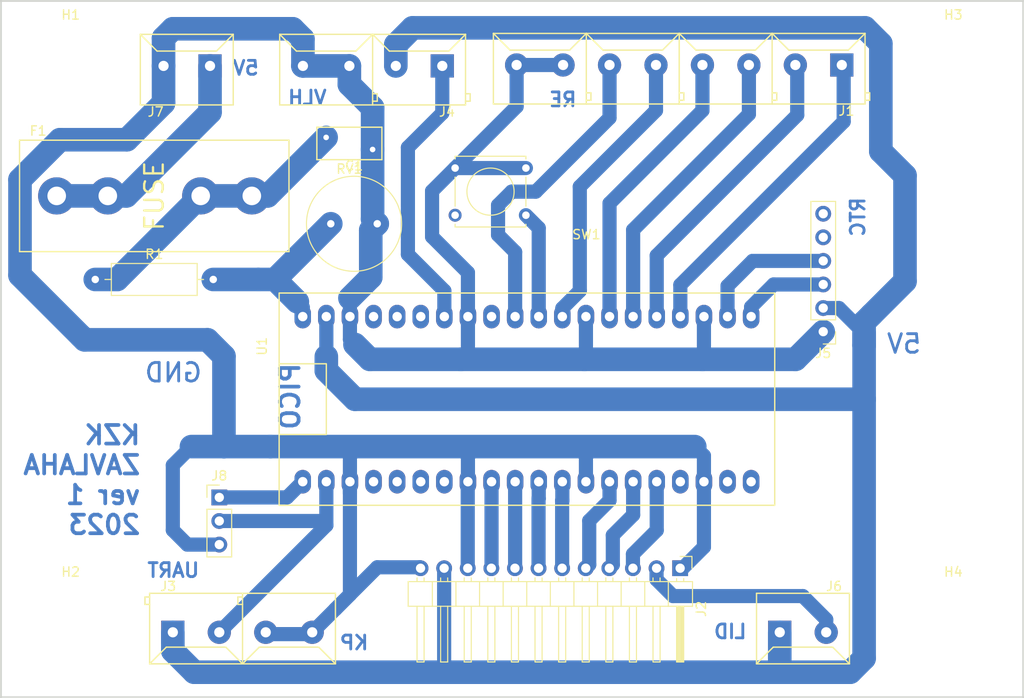
<source format=kicad_pcb>
(kicad_pcb (version 20221018) (generator pcbnew)
  (layers (0 "F.Cu" signal) (31 "B.Cu" signal) (34 "B.Paste" user) (35 "F.Paste" user) (36 "B.SilkS" user "B.Silkscreen") (37 "F.SilkS" user "F.Silkscreen") (38 "B.Mask" user) (39 "F.Mask" user) (44 "Edge.Cuts" user))
  (net 0 "")
  (net 1 "/RE1")
  (net 2 "/RE2")
  (net 3 "/RE3")
  (net 4 "/RE4")
  (net 5 "/RE5")
  (net 6 "/RE6")
  (net 7 "GND")
  (net 8 "+5V")
  (net 9 "/LCD_RS")
  (net 10 "/LCD_RW")
  (net 11 "/LCD_E")
  (net 12 "/LCD_4")
  (net 13 "/LCD_5")
  (net 14 "/LCD_6")
  (net 15 "/LCD_7")
  (net 16 "/LCD_BAK")
  (net 17 "/KP_RX")
  (net 18 "/MOIS_AD")
  (net 19 "/SDA")
  (net 20 "/SCL")
  (net 23 "/VBUS")
  (net 24 "/UART_TX")
  (net 25 "/RST")
  (net 37 "Net-(J7-Pin_1)")
  (net 38 "Net-(F1-Pad2)")
  (footprint "ondrovo:TerminalBlock_KLS301-5.00_2" (layer "F.Cu") (at 104 27 180)
    (fp_text reference "J7" (at 5.85 -4.95) (layer "F.SilkS"))
    (fp_text value "power")
    (fp_line (start -2.5 -4.2) (end -2.5 3.4) (stroke (width 0.15)) (layer "F.SilkS"))
    (fp_line (start -2.5 3.4) (end -0.7 1.6) (stroke (width 0.15)) (layer "F.SilkS"))
    (fp_line (start -2.5 3.4) (end 7.5 3.4) (stroke (width 0.15)) (layer "F.SilkS"))
    (fp_line (start -0.7 1.6) (end 5.7 1.6) (stroke (width 0.15)) (layer "F.SilkS"))
    (fp_line (start 5.7 1.6) (end 7.5 3.4) (stroke (width 0.15)) (layer "F.SilkS"))
    (fp_line (start 7.5 -4.2) (end -2.5 -4.2) (stroke (width 0.15)) (layer "F.SilkS"))
    (fp_line (start 7.5 3.4) (end 7.5 -4.2) (stroke (width 0.15)) (layer "F.SilkS"))
    (pad "1" thru_hole rect (at 0 0 180) (size 2.5 2.5) (drill 1.1) (layers "*.Cu" "*.Mask") (net 37 "Net-(J7-Pin_1)"))
    (pad "2" thru_hole circle (at 5 0 180) (size 2.5 2.5) (drill 1.1) (layers "*.Cu" "*.Mask") (net 7 "GND"))
  )
  (footprint "ondrovo:TerminalBlock_KLS301-5.00_2" (layer "F.Cu") (at 165.32 88)
    (fp_text reference "J6" (at 5.85 -4.95) (layer "F.SilkS"))
    (fp_text value "lid")
    (fp_line (start -2.5 -4.2) (end -2.5 3.4) (stroke (width 0.15)) (layer "F.SilkS"))
    (fp_line (start -2.5 3.4) (end -0.7 1.6) (stroke (width 0.15)) (layer "F.SilkS"))
    (fp_line (start -2.5 3.4) (end 7.5 3.4) (stroke (width 0.15)) (layer "F.SilkS"))
    (fp_line (start -0.7 1.6) (end 5.7 1.6) (stroke (width 0.15)) (layer "F.SilkS"))
    (fp_line (start 5.7 1.6) (end 7.5 3.4) (stroke (width 0.15)) (layer "F.SilkS"))
    (fp_line (start 7.5 -4.2) (end -2.5 -4.2) (stroke (width 0.15)) (layer "F.SilkS"))
    (fp_line (start 7.5 3.4) (end 7.5 -4.2) (stroke (width 0.15)) (layer "F.SilkS"))
    (pad "1" thru_hole rect (at 0 0) (size 2.5 2.5) (drill 1.1) (layers "*.Cu" "*.Mask") (net 8 "+5V"))
    (pad "2" thru_hole circle (at 5 0) (size 2.5 2.5) (drill 1.1) (layers "*.Cu" "*.Mask") (net 16 "/LCD_BAK"))
  )
  (footprint "ondrovo:TerminalBlock_KLS301-5.00_4" (layer "F.Cu") (at 100 88)
    (fp_text reference "J3" (at -0.5 -4.95) (layer "F.SilkS"))
    (fp_text value "keypad")
    (fp_line (start -3 -3.8) (end -3 -3) (stroke (width 0.15)) (layer "F.SilkS"))
    (fp_line (start -3 -3) (end -2.5 -3) (stroke (width 0.15)) (layer "F.SilkS"))
    (fp_line (start -2.5 -4.2) (end -2.5 3.4) (stroke (width 0.15)) (layer "F.SilkS"))
    (fp_line (start -2.5 -3.8) (end -3 -3.8) (stroke (width 0.15)) (layer "F.SilkS"))
    (fp_line (start -2.5 3.4) (end -0.7 1.6) (stroke (width 0.15)) (layer "F.SilkS"))
    (fp_line (start -2.5 3.4) (end 7.5 3.4) (stroke (width 0.15)) (layer "F.SilkS"))
    (fp_line (start -0.7 1.6) (end 5.7 1.6) (stroke (width 0.15)) (layer "F.SilkS"))
    (fp_line (start 5.7 1.6) (end 7.5 3.4) (stroke (width 0.15)) (layer "F.SilkS"))
    (fp_line (start 7 -3.8) (end 7 -3) (stroke (width 0.15)) (layer "F.SilkS"))
    (fp_line (start 7 -3) (end 7.5 -3) (stroke (width 0.15)) (layer "F.SilkS"))
    (fp_line (start 7.5 -4.2) (end -2.5 -4.2) (stroke (width 0.15)) (layer "F.SilkS"))
    (fp_line (start 7.5 -3.8) (end 7 -3.8) (stroke (width 0.15)) (layer "F.SilkS"))
    (fp_line (start 7.5 3.4) (end 7.5 -4.2) (stroke (width 0.15)) (layer "F.SilkS"))
    (fp_line (start 7.5 3.4) (end 9.3 1.6) (stroke (width 0.15)) (layer "F.SilkS"))
    (fp_line (start 7.5 3.4) (end 17.5 3.4) (stroke (width 0.15)) (layer "F.SilkS"))
    (fp_line (start 9.3 1.6) (end 15.7 1.6) (stroke (width 0.15)) (layer "F.SilkS"))
    (fp_line (start 15.7 1.6) (end 17.5 3.4) (stroke (width 0.15)) (layer "F.SilkS"))
    (fp_line (start 17.5 -4.2) (end 7.5 -4.2) (stroke (width 0.15)) (layer "F.SilkS"))
    (fp_line (start 17.5 3.4) (end 17.5 -4.2) (stroke (width 0.15)) (layer "F.SilkS"))
    (pad "1" thru_hole rect (at 0 0) (size 2.5 2.5) (drill 1.1) (layers "*.Cu" "*.Mask") (net 8 "+5V"))
    (pad "2" thru_hole circle (at 5 0) (size 2.5 2.5) (drill 1.1) (layers "*.Cu" "*.Mask") (net 17 "/KP_RX"))
    (pad "3" thru_hole circle (at 10 0) (size 2.5 2.5) (drill 1.1) (layers "*.Cu" "*.Mask") (net 7 "GND"))
    (pad "4" thru_hole circle (at 15 0) (size 2.5 2.5) (drill 1.1) (layers "*.Cu" "*.Mask") (net 7 "GND"))
  )
  (footprint "ondrovo:TerminalBlock_KLS301-5.00_8" (layer "F.Cu") (at 172 26.9 180)
    (fp_text reference "J1" (at -0.5 -4.95) (layer "F.SilkS"))
    (fp_text value "relays")
    (fp_line (start -3 -3.8) (end -3 -3) (stroke (width 0.15)) (layer "F.SilkS"))
    (fp_line (start -3 -3) (end -2.5 -3) (stroke (width 0.15)) (layer "F.SilkS"))
    (fp_line (start -2.5 -4.2) (end -2.5 3.4) (stroke (width 0.15)) (layer "F.SilkS"))
    (fp_line (start -2.5 -3.8) (end -3 -3.8) (stroke (width 0.15)) (layer "F.SilkS"))
    (fp_line (start -2.5 3.4) (end -0.7 1.6) (stroke (width 0.15)) (layer "F.SilkS"))
    (fp_line (start -2.5 3.4) (end 7.5 3.4) (stroke (width 0.15)) (layer "F.SilkS"))
    (fp_line (start -0.7 1.6) (end 5.7 1.6) (stroke (width 0.15)) (layer "F.SilkS"))
    (fp_line (start 5.7 1.6) (end 7.5 3.4) (stroke (width 0.15)) (layer "F.SilkS"))
    (fp_line (start 7 -3.8) (end 7 -3) (stroke (width 0.15)) (layer "F.SilkS"))
    (fp_line (start 7 -3) (end 7.5 -3) (stroke (width 0.15)) (layer "F.SilkS"))
    (fp_line (start 7.5 -4.2) (end -2.5 -4.2) (stroke (width 0.15)) (layer "F.SilkS"))
    (fp_line (start 7.5 -3.8) (end 7 -3.8) (stroke (width 0.15)) (layer "F.SilkS"))
    (fp_line (start 7.5 3.4) (end 7.5 -4.2) (stroke (width 0.15)) (layer "F.SilkS"))
    (fp_line (start 7.5 3.4) (end 9.3 1.6) (stroke (width 0.15)) (layer "F.SilkS"))
    (fp_line (start 7.5 3.4) (end 17.5 3.4) (stroke (width 0.15)) (layer "F.SilkS"))
    (fp_line (start 9.3 1.6) (end 15.7 1.6) (stroke (width 0.15)) (layer "F.SilkS"))
    (fp_line (start 15.7 1.6) (end 17.5 3.4) (stroke (width 0.15)) (layer "F.SilkS"))
    (fp_line (start 17 -3.8) (end 17 -3) (stroke (width 0.15)) (layer "F.SilkS"))
    (fp_line (start 17 -3) (end 17.5 -3) (stroke (width 0.15)) (layer "F.SilkS"))
    (fp_line (start 17.5 -4.2) (end 7.5 -4.2) (stroke (width 0.15)) (layer "F.SilkS"))
    (fp_line (start 17.5 -4.2) (end 17.5 3.4) (stroke (width 0.15)) (layer "F.SilkS"))
    (fp_line (start 17.5 -3.8) (end 17 -3.8) (stroke (width 0.15)) (layer "F.SilkS"))
    (fp_line (start 17.5 3.4) (end 17.5 -4.2) (stroke (width 0.15)) (layer "F.SilkS"))
    (fp_line (start 17.5 3.4) (end 19.3 1.6) (stroke (width 0.15)) (layer "F.SilkS"))
    (fp_line (start 17.5 3.4) (end 27.5 3.4) (stroke (width 0.15)) (layer "F.SilkS"))
    (fp_line (start 19.3 1.6) (end 25.7 1.6) (stroke (width 0.15)) (layer "F.SilkS"))
    (fp_line (start 25.7 1.6) (end 27.5 3.4) (stroke (width 0.15)) (layer "F.SilkS"))
    (fp_line (start 27 -3.8) (end 27 -3) (stroke (width 0.15)) (layer "F.SilkS"))
    (fp_line (start 27 -3) (end 27.5 -3) (stroke (width 0.15)) (layer "F.SilkS"))
    (fp_line (start 27.5 -4.2) (end 17.5 -4.2) (stroke (width 0.15)) (layer "F.SilkS"))
    (fp_line (start 27.5 -3.8) (end 27 -3.8) (stroke (width 0.15)) (layer "F.SilkS"))
    (fp_line (start 27.5 3.4) (end 27.5 -4.2) (stroke (width 0.15)) (layer "F.SilkS"))
    (fp_line (start 27.5 3.4) (end 29.3 1.6) (stroke (width 0.15)) (layer "F.SilkS"))
    (fp_line (start 27.5 3.4) (end 37.5 3.4) (stroke (width 0.15)) (layer "F.SilkS"))
    (fp_line (start 29.3 1.6) (end 35.7 1.6) (stroke (width 0.15)) (layer "F.SilkS"))
    (fp_line (start 35.7 1.6) (end 37.5 3.4) (stroke (width 0.15)) (layer "F.SilkS"))
    (fp_line (start 37.5 -4.2) (end 27.5 -4.2) (stroke (width 0.15)) (layer "F.SilkS"))
    (fp_line (start 37.5 3.4) (end 37.5 -4.2) (stroke (width 0.15)) (layer "F.SilkS"))
    (pad "1" thru_hole rect (at 0 0 180) (size 2.5 2.5) (drill 1.1) (layers "*.Cu" "*.Mask") (net 1 "/RE1"))
    (pad "2" thru_hole circle (at 5 0 180) (size 2.5 2.5) (drill 1.1) (layers "*.Cu" "*.Mask") (net 2 "/RE2"))
    (pad "3" thru_hole circle (at 10 0 180) (size 2.5 2.5) (drill 1.1) (layers "*.Cu" "*.Mask") (net 3 "/RE3"))
    (pad "4" thru_hole circle (at 15 0 180) (size 2.5 2.5) (drill 1.1) (layers "*.Cu" "*.Mask") (net 4 "/RE4"))
    (pad "5" thru_hole circle (at 20 0 180) (size 2.5 2.5) (drill 1.1) (layers "*.Cu" "*.Mask") (net 5 "/RE5"))
    (pad "6" thru_hole circle (at 25 0 180) (size 2.5 2.5) (drill 1.1) (layers "*.Cu" "*.Mask") (net 6 "/RE6"))
    (pad "7" thru_hole circle (at 30 0 180) (size 2.5 2.5) (drill 1.1) (layers "*.Cu" "*.Mask") (net 7 "GND"))
    (pad "8" thru_hole circle (at 35 0 180) (size 2.5 2.5) (drill 1.1) (layers "*.Cu" "*.Mask") (net 7 "GND"))
  )
  (footprint "Resistor_THT:R_Axial_DIN0309_L9.0mm_D3.2mm_P12.70mm_Horizontal" (layer "F.Cu") (at 91.65 50)
    (fp_text reference "R1" (at 6.35 -2.72) (layer "F.SilkS"))
    (fp_text value "0R")
    (fp_line (start 1.04 0) (end 1.73 0) (stroke (width 0.12)) (layer "F.SilkS"))
    (fp_line (start 1.73 -1.72) (end 1.73 1.72) (stroke (width 0.12)) (layer "F.SilkS"))
    (fp_line (start 1.73 1.72) (end 10.97 1.72) (stroke (width 0.12)) (layer "F.SilkS"))
    (fp_line (start 10.97 -1.72) (end 1.73 -1.72) (stroke (width 0.12)) (layer "F.SilkS"))
    (fp_line (start 10.97 1.72) (end 10.97 -1.72) (stroke (width 0.12)) (layer "F.SilkS"))
    (fp_line (start 11.66 0) (end 10.97 0) (stroke (width 0.12)) (layer "F.SilkS"))
    (pad "1" thru_hole circle (at 0 0) (size 1.6 1.6) (drill 0.8) (layers "*.Cu" "*.Mask") (net 38 "Net-(F1-Pad2)"))
    (pad "2" thru_hole oval (at 12.7 0) (size 1.6 1.6) (drill 0.8) (layers "*.Cu" "*.Mask") (net 23 "/VBUS"))
  )
  (footprint "Capacitor_THT:C_Radial_D10.0mm_H12.5mm_P5.00mm" (layer "F.Cu") (at 117 44)
    (fp_text reference "C1" (at 2.5 -6.25) (layer "F.SilkS"))
    (fp_text value "220u")
    (fp_circle (center 2.5 0) (end 7.62 0) (stroke (width 0.12)) (fill none) (layer "F.SilkS"))
    (pad "1" thru_hole circle (at 0 0) (size 1.6 1.6) (drill 0.8) (layers "*.Cu" "*.Mask") (net 23 "/VBUS"))
    (pad "2" thru_hole circle (at 5 0) (size 1.6 1.6) (drill 0.8) (layers "*.Cu" "*.Mask") (net 7 "GND"))
  )
  (footprint "ondrovo:RP2040-PICO" (layer "F.Cu") (at 113.98 71.78 90)
    (fp_text reference "U1" (at 14.58 -4.38 90 unlocked) (layer "F.SilkS"))
    (fp_text value "RP2040-Pico")
    (fp_rect (start -2.54 -2.54) (end 20.32 50.8) (stroke (width 0.15)) (fill none) (layer "F.SilkS"))
    (fp_rect (start 5.08 -2.54) (end 12.7 2.54) (stroke (width 0.15)) (fill none) (layer "F.SilkS"))
    (pad "1" thru_hole oval (at 0 0 270) (size 2.54 1.778) (drill 1.016) (layers "*.Cu" "*.Mask") (net 24 "/UART_TX"))
    (pad "2" thru_hole oval (at 0 2.54 270) (size 2.54 1.778) (drill 1.016) (layers "*.Cu" "*.Mask") (net 17 "/KP_RX"))
    (pad "3" thru_hole oval (at 0 5.08 270) (size 2.54 1.778) (drill 1.016) (layers "*.Cu" "*.Mask") (net 7 "GND"))
    (pad "4" thru_hole oval (at 0 7.62 270) (size 2.54 1.778) (drill 1.016) (layers "*.Cu" "*.Mask"))
    (pad "5" thru_hole oval (at 0 10.16 270) (size 2.54 1.778) (drill 1.016) (layers "*.Cu" "*.Mask"))
    (pad "6" thru_hole oval (at 0 12.7 270) (size 2.54 1.778) (drill 1.016) (layers "*.Cu" "*.Mask"))
    (pad "7" thru_hole oval (at 0 15.24 270) (size 2.54 1.778) (drill 1.016) (layers "*.Cu" "*.Mask"))
    (pad "8" thru_hole oval (at 0 17.78 270) (size 2.54 1.778) (drill 1.016) (layers "*.Cu" "*.Mask") (net 7 "GND"))
    (pad "9" thru_hole oval (at 0 20.32 270) (size 2.54 1.778) (drill 1.016) (layers "*.Cu" "*.Mask") (net 9 "/LCD_RS"))
    (pad "10" thru_hole oval (at 0 22.86 270) (size 2.54 1.778) (drill 1.016) (layers "*.Cu" "*.Mask") (net 10 "/LCD_RW"))
    (pad "11" thru_hole oval (at 0 25.4 270) (size 2.54 1.778) (drill 1.016) (layers "*.Cu" "*.Mask") (net 11 "/LCD_E"))
    (pad "12" thru_hole oval (at 0 27.94 270) (size 2.54 1.778) (drill 1.016) (layers "*.Cu" "*.Mask") (net 12 "/LCD_4"))
    (pad "13" thru_hole oval (at 0 30.48 270) (size 2.54 1.778) (drill 1.016) (layers "*.Cu" "*.Mask") (net 7 "GND"))
    (pad "14" thru_hole oval (at 0 33.02 270) (size 2.54 1.778) (drill 1.016) (layers "*.Cu" "*.Mask") (net 13 "/LCD_5"))
    (pad "15" thru_hole oval (at 0 35.56 270) (size 2.54 1.778) (drill 1.016) (layers "*.Cu" "*.Mask") (net 14 "/LCD_6"))
    (pad "16" thru_hole oval (at 0 38.1 270) (size 2.54 1.778) (drill 1.016) (layers "*.Cu" "*.Mask") (net 15 "/LCD_7"))
    (pad "17" thru_hole oval (at 0 40.64 270) (size 2.54 1.778) (drill 1.016) (layers "*.Cu" "*.Mask"))
    (pad "18" thru_hole oval (at 0 43.18 270) (size 2.54 1.778) (drill 1.016) (layers "*.Cu" "*.Mask") (net 7 "GND"))
    (pad "19" thru_hole oval (at 0 45.72 270) (size 2.54 1.778) (drill 1.016) (layers "*.Cu" "*.Mask"))
    (pad "20" thru_hole oval (at 0 48.26 270) (size 2.54 1.778) (drill 1.016) (layers "*.Cu" "*.Mask"))
    (pad "21" thru_hole oval (at 17.78 48.26 270) (size 2.54 1.778) (drill 1.016) (layers "*.Cu" "*.Mask") (net 19 "/SDA"))
    (pad "22" thru_hole oval (at 17.78 45.72 270) (size 2.54 1.778) (drill 1.016) (layers "*.Cu" "*.Mask") (net 20 "/SCL"))
    (pad "23" thru_hole oval (at 17.78 43.18 270) (size 2.54 1.778) (drill 1.016) (layers "*.Cu" "*.Mask") (net 7 "GND"))
    (pad "24" thru_hole oval (at 17.78 40.64 270) (size 2.54 1.778) (drill 1.016) (layers "*.Cu" "*.Mask") (net 1 "/RE1"))
    (pad "25" thru_hole oval (at 17.78 38.1 270) (size 2.54 1.778) (drill 1.016) (layers "*.Cu" "*.Mask") (net 2 "/RE2"))
    (pad "26" thru_hole oval (at 17.78 35.56 270) (size 2.54 1.778) (drill 1.016) (layers "*.Cu" "*.Mask") (net 3 "/RE3"))
    (pad "27" thru_hole oval (at 17.78 33.02 270) (size 2.54 1.778) (drill 1.016) (layers "*.Cu" "*.Mask") (net 4 "/RE4"))
    (pad "28" thru_hole oval (at 17.78 30.48 270) (size 2.54 1.778) (drill 1.016) (layers "*.Cu" "*.Mask") (net 7 "GND"))
    (pad "29" thru_hole oval (at 17.78 27.94 270) (size 2.54 1.778) (drill 1.016) (layers "*.Cu" "*.Mask") (net 5 "/RE5"))
    (pad "30" thru_hole oval (at 17.78 25.4 270) (size 2.54 1.778) (drill 1.016) (layers "*.Cu" "*.Mask") (net 25 "/RST"))
    (pad "31" thru_hole oval (at 17.78 22.86 270) (size 2.54 1.778) (drill 1.016) (layers "*.Cu" "*.Mask") (net 6 "/RE6"))
    (pad "32" thru_hole oval (at 17.78 20.32 270) (size 2.54 1.778) (drill 1.016) (layers "*.Cu" "*.Mask"))
    (pad "33" thru_hole oval (at 17.78 17.78 270) (size 2.54 1.778) (drill 1.016) (layers "*.Cu" "*.Mask") (net 7 "GND"))
    (pad "34" thru_hole oval (at 17.78 15.24 270) (size 2.54 1.778) (drill 1.016) (layers "*.Cu" "*.Mask") (net 18 "/MOIS_AD"))
    (pad "35" thru_hole oval (at 17.78 12.7 270) (size 2.54 1.778) (drill 1.016) (layers "*.Cu" "*.Mask"))
    (pad "36" thru_hole oval (at 17.78 10.16 270) (size 2.54 1.778) (drill 1.016) (layers "*.Cu" "*.Mask"))
    (pad "37" thru_hole oval (at 17.78 7.62 270) (size 2.54 1.778) (drill 1.016) (layers "*.Cu" "*.Mask"))
    (pad "38" thru_hole oval (at 17.78 5.08 270) (size 2.54 1.778) (drill 1.016) (layers "*.Cu" "*.Mask") (net 7 "GND"))
    (pad "39" thru_hole oval (at 17.78 2.54 270) (size 2.54 1.778) (drill 1.016) (layers "*.Cu" "*.Mask") (net 8 "+5V"))
    (pad "40" thru_hole oval (at 17.78 0 270) (size 2.54 1.778) (drill 1.016) (layers "*.Cu" "*.Mask") (net 23 "/VBUS"))
  )
  (footprint "ondrovo:TerminalBlock_KLS301-5.00_4" (layer "F.Cu") (at 129 27 180)
    (fp_text reference "J4" (at -0.5 -4.95) (layer "F.SilkS"))
    (fp_text value "moisture")
    (fp_line (start -3 -3.8) (end -3 -3) (stroke (width 0.15)) (layer "F.SilkS"))
    (fp_line (start -3 -3) (end -2.5 -3) (stroke (width 0.15)) (layer "F.SilkS"))
    (fp_line (start -2.5 -4.2) (end -2.5 3.4) (stroke (width 0.15)) (layer "F.SilkS"))
    (fp_line (start -2.5 -3.8) (end -3 -3.8) (stroke (width 0.15)) (layer "F.SilkS"))
    (fp_line (start -2.5 3.4) (end -0.7 1.6) (stroke (width 0.15)) (layer "F.SilkS"))
    (fp_line (start -2.5 3.4) (end 7.5 3.4) (stroke (width 0.15)) (layer "F.SilkS"))
    (fp_line (start -0.7 1.6) (end 5.7 1.6) (stroke (width 0.15)) (layer "F.SilkS"))
    (fp_line (start 5.7 1.6) (end 7.5 3.4) (stroke (width 0.15)) (layer "F.SilkS"))
    (fp_line (start 7 -3.8) (end 7 -3) (stroke (width 0.15)) (layer "F.SilkS"))
    (fp_line (start 7 -3) (end 7.5 -3) (stroke (width 0.15)) (layer "F.SilkS"))
    (fp_line (start 7.5 -4.2) (end -2.5 -4.2) (stroke (width 0.15)) (layer "F.SilkS"))
    (fp_line (start 7.5 -3.8) (end 7 -3.8) (stroke (width 0.15)) (layer "F.SilkS"))
    (fp_line (start 7.5 3.4) (end 7.5 -4.2) (stroke (width 0.15)) (layer "F.SilkS"))
    (fp_line (start 7.5 3.4) (end 9.3 1.6) (stroke (width 0.15)) (layer "F.SilkS"))
    (fp_line (start 7.5 3.4) (end 17.5 3.4) (stroke (width 0.15)) (layer "F.SilkS"))
    (fp_line (start 9.3 1.6) (end 15.7 1.6) (stroke (width 0.15)) (layer "F.SilkS"))
    (fp_line (start 15.7 1.6) (end 17.5 3.4) (stroke (width 0.15)) (layer "F.SilkS"))
    (fp_line (start 17.5 -4.2) (end 7.5 -4.2) (stroke (width 0.15)) (layer "F.SilkS"))
    (fp_line (start 17.5 3.4) (end 17.5 -4.2) (stroke (width 0.15)) (layer "F.SilkS"))
    (pad "1" thru_hole rect (at 0 0 180) (size 2.5 2.5) (drill 1.1) (layers "*.Cu" "*.Mask") (net 18 "/MOIS_AD"))
    (pad "2" thru_hole circle (at 5 0 180) (size 2.5 2.5) (drill 1.1) (layers "*.Cu" "*.Mask") (net 8 "+5V"))
    (pad "3" thru_hole circle (at 10 0 180) (size 2.5 2.5) (drill 1.1) (layers "*.Cu" "*.Mask") (net 7 "GND"))
    (pad "4" thru_hole circle (at 15 0 180) (size 2.5 2.5) (drill 1.1) (layers "*.Cu" "*.Mask") (net 7 "GND"))
  )
  (footprint "MountingHole:MountingHole_5mm" (layer "F.Cu") (at 89 27.5)
    (fp_text reference "H1" (at 0 -6) (layer "F.SilkS"))
    (fp_text value "MountingHole")
    (pad "" np_thru_hole circle (at 0 0) (size 5 5) (drill 5) (layers "*.Cu" "*.Mask"))
  )
  (footprint "Varistor:RV_Disc_D7mm_W3.5mm_P5mm" (layer "F.Cu") (at 116.5 34.7)
    (fp_text reference "RV1" (at 2.5 3.4) (layer "F.SilkS"))
    (fp_text value "Varistor")
    (fp_line (start -1 -1.1) (end -1 2.4) (stroke (width 0.15)) (layer "F.SilkS"))
    (fp_line (start -1 -1.1) (end 6 -1.1) (stroke (width 0.15)) (layer "F.SilkS"))
    (fp_line (start -1 2.4) (end 6 2.4) (stroke (width 0.15)) (layer "F.SilkS"))
    (fp_line (start 6 -1.1) (end 6 2.4) (stroke (width 0.15)) (layer "F.SilkS"))
    (pad "1" thru_hole circle (at 0 0) (size 1.6 1.6) (drill 0.6) (layers "*.Cu" "*.Mask") (net 38 "Net-(F1-Pad2)"))
    (pad "2" thru_hole circle (at 5 1.3) (size 1.6 1.6) (drill 0.6) (layers "*.Cu" "*.Mask") (net 7 "GND"))
  )
  (footprint "Connector_PinHeader_2.54mm:PinHeader_1x03_P2.54mm_Vertical" (layer "F.Cu") (at 105 73.475)
    (fp_text reference "J8" (at 0 -2.33) (layer "F.SilkS"))
    (fp_text value "DEBUG")
    (fp_line (start -1.33 -1.33) (end 0 -1.33) (stroke (width 0.12)) (layer "F.SilkS"))
    (fp_line (start -1.33 0) (end -1.33 -1.33) (stroke (width 0.12)) (layer "F.SilkS"))
    (fp_line (start -1.33 1.27) (end -1.33 6.41) (stroke (width 0.12)) (layer "F.SilkS"))
    (fp_line (start -1.33 1.27) (end 1.33 1.27) (stroke (width 0.12)) (layer "F.SilkS"))
    (fp_line (start -1.33 6.41) (end 1.33 6.41) (stroke (width 0.12)) (layer "F.SilkS"))
    (fp_line (start 1.33 1.27) (end 1.33 6.41) (stroke (width 0.12)) (layer "F.SilkS"))
    (pad "1" thru_hole rect (at 0 0) (size 1.7 1.7) (drill 1) (layers "*.Cu" "*.Mask") (net 24 "/UART_TX"))
    (pad "2" thru_hole oval (at 0 2.54) (size 1.7 1.7) (drill 1) (layers "*.Cu" "*.Mask") (net 17 "/KP_RX"))
    (pad "3" thru_hole oval (at 0 5.08) (size 1.7 1.7) (drill 1) (layers "*.Cu" "*.Mask") (net 7 "GND"))
  )
  (footprint "MountingHole:MountingHole_5mm" (layer "F.Cu") (at 184 87.5)
    (fp_text reference "H4" (at 0 -6) (layer "F.SilkS"))
    (fp_text value "MountingHole")
    (pad "" np_thru_hole circle (at 0 0) (size 5 5) (drill 5) (layers "*.Cu" "*.Mask"))
  )
  (footprint "MountingHole:MountingHole_5mm" (layer "F.Cu") (at 184 27.5)
    (fp_text reference "H3" (at 0 -6) (layer "F.SilkS"))
    (fp_text value "MountingHole")
    (pad "" np_thru_hole circle (at 0 0) (size 5 5) (drill 5) (layers "*.Cu" "*.Mask"))
  )
  (footprint "Connector_PinHeader_2.54mm:PinHeader_1x12_P2.54mm_Horizontal" (layer "F.Cu") (at 154.6 81.1 -90)
    (fp_text reference "J2" (at 4.385 -2.27 90) (layer "F.SilkS"))
    (fp_text value "LCD")
    (fp_line (start -1.27 -1.27) (end 0 -1.27) (stroke (width 0.12)) (layer "F.SilkS"))
    (fp_line (start -1.27 0) (end -1.27 -1.27) (stroke (width 0.12)) (layer "F.SilkS"))
    (fp_line (start 1.042929 2.16) (end 1.44 2.16) (stroke (width 0.12)) (layer "F.SilkS"))
    (fp_line (start 1.042929 2.92) (end 1.44 2.92) (stroke (width 0.12)) (layer "F.SilkS"))
    (fp_line (start 1.042929 4.7) (end 1.44 4.7) (stroke (width 0.12)) (layer "F.SilkS"))
    (fp_line (start 1.042929 5.46) (end 1.44 5.46) (stroke (width 0.12)) (layer "F.SilkS"))
    (fp_line (start 1.042929 7.24) (end 1.44 7.24) (stroke (width 0.12)) (layer "F.SilkS"))
    (fp_line (start 1.042929 8) (end 1.44 8) (stroke (width 0.12)) (layer "F.SilkS"))
    (fp_line (start 1.042929 9.78) (end 1.44 9.78) (stroke (width 0.12)) (layer "F.SilkS"))
    (fp_line (start 1.042929 10.54) (end 1.44 10.54) (stroke (width 0.12)) (layer "F.SilkS"))
    (fp_line (start 1.042929 12.32) (end 1.44 12.32) (stroke (width 0.12)) (layer "F.SilkS"))
    (fp_line (start 1.042929 13.08) (end 1.44 13.08) (stroke (width 0.12)) (layer "F.SilkS"))
    (fp_line (start 1.042929 14.86) (end 1.44 14.86) (stroke (width 0.12)) (layer "F.SilkS"))
    (fp_line (start 1.042929 15.62) (end 1.44 15.62) (stroke (width 0.12)) (layer "F.SilkS"))
    (fp_line (start 1.042929 17.4) (end 1.44 17.4) (stroke (width 0.12)) (layer "F.SilkS"))
    (fp_line (start 1.042929 18.16) (end 1.44 18.16) (stroke (width 0.12)) (layer "F.SilkS"))
    (fp_line (start 1.042929 19.94) (end 1.44 19.94) (stroke (width 0.12)) (layer "F.SilkS"))
    (fp_line (start 1.042929 20.7) (end 1.44 20.7) (stroke (width 0.12)) (layer "F.SilkS"))
    (fp_line (start 1.042929 22.48) (end 1.44 22.48) (stroke (width 0.12)) (layer "F.SilkS"))
    (fp_line (start 1.042929 23.24) (end 1.44 23.24) (stroke (width 0.12)) (layer "F.SilkS"))
    (fp_line (start 1.042929 25.02) (end 1.44 25.02) (stroke (width 0.12)) (layer "F.SilkS"))
    (fp_line (start 1.042929 25.78) (end 1.44 25.78) (stroke (width 0.12)) (layer "F.SilkS"))
    (fp_line (start 1.042929 27.56) (end 1.44 27.56) (stroke (width 0.12)) (layer "F.SilkS"))
    (fp_line (start 1.042929 28.32) (end 1.44 28.32) (stroke (width 0.12)) (layer "F.SilkS"))
    (fp_line (start 1.11 -0.38) (end 1.44 -0.38) (stroke (width 0.12)) (layer "F.SilkS"))
    (fp_line (start 1.11 0.38) (end 1.44 0.38) (stroke (width 0.12)) (layer "F.SilkS"))
    (fp_line (start 1.44 -1.33) (end 1.44 29.27) (stroke (width 0.12)) (layer "F.SilkS"))
    (fp_line (start 1.44 1.27) (end 4.1 1.27) (stroke (width 0.12)) (layer "F.SilkS"))
    (fp_line (start 1.44 3.81) (end 4.1 3.81) (stroke (width 0.12)) (layer "F.SilkS"))
    (fp_line (start 1.44 6.35) (end 4.1 6.35) (stroke (width 0.12)) (layer "F.SilkS"))
    (fp_line (start 1.44 8.89) (end 4.1 8.89) (stroke (width 0.12)) (layer "F.SilkS"))
    (fp_line (start 1.44 11.43) (end 4.1 11.43) (stroke (width 0.12)) (layer "F.SilkS"))
    (fp_line (start 1.44 13.97) (end 4.1 13.97) (stroke (width 0.12)) (layer "F.SilkS"))
    (fp_line (start 1.44 16.51) (end 4.1 16.51) (stroke (width 0.12)) (layer "F.SilkS"))
    (fp_line (start 1.44 19.05) (end 4.1 19.05) (stroke (width 0.12)) (layer "F.SilkS"))
    (fp_line (start 1.44 21.59) (end 4.1 21.59) (stroke (width 0.12)) (layer "F.SilkS"))
    (fp_line (start 1.44 24.13) (end 4.1 24.13) (stroke (width 0.12)) (layer "F.SilkS"))
    (fp_line (start 1.44 26.67) (end 4.1 26.67) (stroke (width 0.12)) (layer "F.SilkS"))
    (fp_line (start 1.44 29.27) (end 4.1 29.27) (stroke (width 0.12)) (layer "F.SilkS"))
    (fp_line (start 4.1 -1.33) (end 1.44 -1.33) (stroke (width 0.12)) (layer "F.SilkS"))
    (fp_line (start 4.1 -0.38) (end 10.1 -0.38) (stroke (width 0.12)) (layer "F.SilkS"))
    (fp_line (start 4.1 -0.32) (end 10.1 -0.32) (stroke (width 0.12)) (layer "F.SilkS"))
    (fp_line (start 4.1 -0.2) (end 10.1 -0.2) (stroke (width 0.12)) (layer "F.SilkS"))
    (fp_line (start 4.1 -0.08) (end 10.1 -0.08) (stroke (width 0.12)) (layer "F.SilkS"))
    (fp_line (start 4.1 0.04) (end 10.1 0.04) (stroke (width 0.12)) (layer "F.SilkS"))
    (fp_line (start 4.1 0.16) (end 10.1 0.16) (stroke (width 0.12)) (layer "F.SilkS"))
    (fp_line (start 4.1 0.28) (end 10.1 0.28) (stroke (width 0.12)) (layer "F.SilkS"))
    (fp_line (start 4.1 2.16) (end 10.1 2.16) (stroke (width 0.12)) (layer "F.SilkS"))
    (fp_line (start 4.1 4.7) (end 10.1 4.7) (stroke (width 0.12)) (layer "F.SilkS"))
    (fp_line (start 4.1 7.24) (end 10.1 7.24) (stroke (width 0.12)) (layer "F.SilkS"))
    (fp_line (start 4.1 9.78) (end 10.1 9.78) (stroke (width 0.12)) (layer "F.SilkS"))
    (fp_line (start 4.1 12.32) (end 10.1 12.32) (stroke (width 0.12)) (layer "F.SilkS"))
    (fp_line (start 4.1 14.86) (end 10.1 14.86) (stroke (width 0.12)) (layer "F.SilkS"))
    (fp_line (start 4.1 17.4) (end 10.1 17.4) (stroke (width 0.12)) (layer "F.SilkS"))
    (fp_line (start 4.1 19.94) (end 10.1 19.94) (stroke (width 0.12)) (layer "F.SilkS"))
    (fp_line (start 4.1 22.48) (end 10.1 22.48) (stroke (width 0.12)) (layer "F.SilkS"))
    (fp_line (start 4.1 25.02) (end 10.1 25.02) (stroke (width 0.12)) (layer "F.SilkS"))
    (fp_line (start 4.1 27.56) (end 10.1 27.56) (stroke (width 0.12)) (layer "F.SilkS"))
    (fp_line (start 4.1 29.27) (end 4.1 -1.33) (stroke (width 0.12)) (layer "F.SilkS"))
    (fp_line (start 10.1 -0.38) (end 10.1 0.38) (stroke (width 0.12)) (layer "F.SilkS"))
    (fp_line (start 10.1 0.38) (end 4.1 0.38) (stroke (width 0.12)) (layer "F.SilkS"))
    (fp_line (start 10.1 2.16) (end 10.1 2.92) (stroke (width 0.12)) (layer "F.SilkS"))
    (fp_line (start 10.1 2.92) (end 4.1 2.92) (stroke (width 0.12)) (layer "F.SilkS"))
    (fp_line (start 10.1 4.7) (end 10.1 5.46) (stroke (width 0.12)) (layer "F.SilkS"))
    (fp_line (start 10.1 5.46) (end 4.1 5.46) (stroke (width 0.12)) (layer "F.SilkS"))
    (fp_line (start 10.1 7.24) (end 10.1 8) (stroke (width 0.12)) (layer "F.SilkS"))
    (fp_line (start 10.1 8) (end 4.1 8) (stroke (width 0.12)) (layer "F.SilkS"))
    (fp_line (start 10.1 9.78) (end 10.1 10.54) (stroke (width 0.12)) (layer "F.SilkS"))
    (fp_line (start 10.1 10.54) (end 4.1 10.54) (stroke (width 0.12)) (layer "F.SilkS"))
    (fp_line (start 10.1 12.32) (end 10.1 13.08) (stroke (width 0.12)) (layer "F.SilkS"))
    (fp_line (start 10.1 13.08) (end 4.1 13.08) (stroke (width 0.12)) (layer "F.SilkS"))
    (fp_line (start 10.1 14.86) (end 10.1 15.62) (stroke (width 0.12)) (layer "F.SilkS"))
    (fp_line (start 10.1 15.62) (end 4.1 15.62) (stroke (width 0.12)) (layer "F.SilkS"))
    (fp_line (start 10.1 17.4) (end 10.1 18.16) (stroke (width 0.12)) (layer "F.SilkS"))
    (fp_line (start 10.1 18.16) (end 4.1 18.16) (stroke (width 0.12)) (layer "F.SilkS"))
    (fp_line (start 10.1 19.94) (end 10.1 20.7) (stroke (width 0.12)) (layer "F.SilkS"))
    (fp_line (start 10.1 20.7) (end 4.1 20.7) (stroke (width 0.12)) (layer "F.SilkS"))
    (fp_line (start 10.1 22.48) (end 10.1 23.24) (stroke (width 0.12)) (layer "F.SilkS"))
    (fp_line (start 10.1 23.24) (end 4.1 23.24) (stroke (width 0.12)) (layer "F.SilkS"))
    (fp_line (start 10.1 25.02) (end 10.1 25.78) (stroke (width 0.12)) (layer "F.SilkS"))
    (fp_line (start 10.1 25.78) (end 4.1 25.78) (stroke (width 0.12)) (layer "F.SilkS"))
    (fp_line (start 10.1 27.56) (end 10.1 28.32) (stroke (width 0.12)) (layer "F.SilkS"))
    (fp_line (start 10.1 28.32) (end 4.1 28.32) (stroke (width 0.12)) (layer "F.SilkS"))
    (pad "1" thru_hole rect (at 0 0 270) (size 1.7 1.7) (drill 1) (layers "*.Cu" "*.Mask") (net 7 "GND"))
    (pad "2" thru_hole oval (at 0 2.54 270) (size 1.7 1.7) (drill 1) (layers "*.Cu" "*.Mask") (net 16 "/LCD_BAK"))
    (pad "3" thru_hole oval (at 0 5.08 270) (size 1.7 1.7) (drill 1) (layers "*.Cu" "*.Mask") (net 15 "/LCD_7"))
    (pad "4" thru_hole oval (at 0 7.62 270) (size 1.7 1.7) (drill 1) (layers "*.Cu" "*.Mask") (net 14 "/LCD_6"))
    (pad "5" thru_hole oval (at 0 10.16 270) (size 1.7 1.7) (drill 1) (layers "*.Cu" "*.Mask") (net 13 "/LCD_5"))
    (pad "6" thru_hole oval (at 0 12.7 270) (size 1.7 1.7) (drill 1) (layers "*.Cu" "*.Mask") (net 12 "/LCD_4"))
    (pad "7" thru_hole oval (at 0 15.24 270) (size 1.7 1.7) (drill 1) (layers "*.Cu" "*.Mask") (net 11 "/LCD_E"))
    (pad "8" thru_hole oval (at 0 17.78 270) (size 1.7 1.7) (drill 1) (layers "*.Cu" "*.Mask") (net 10 "/LCD_RW"))
    (pad "9" thru_hole oval (at 0 20.32 270) (size 1.7 1.7) (drill 1) (layers "*.Cu" "*.Mask") (net 9 "/LCD_RS"))
    (pad "10" thru_hole oval (at 0 22.86 270) (size 1.7 1.7) (drill 1) (layers "*.Cu" "*.Mask") (net 7 "GND"))
    (pad "11" thru_hole oval (at 0 25.4 270) (size 1.7 1.7) (drill 1) (layers "*.Cu" "*.Mask") (net 8 "+5V"))
    (pad "12" thru_hole oval (at 0 27.94 270) (size 1.7 1.7) (drill 1) (layers "*.Cu" "*.Mask") (net 7 "GND"))
  )
  (footprint "ondrovo:Fuseholder_Clip-5x20mm_29x12_Printed" (layer "F.Cu") (at 88 41)
    (fp_text reference "F1" (at -2.5 -7) (layer "F.SilkS"))
    (fp_text value "Fuse")
    (fp_text user "FUSE" (at 10 0 90 unlocked) (layer "F.SilkS") (effects (font (size 2 2) (thickness 0.25))))
    (fp_line (start -4.5 -6) (end 24.5 -6) (stroke (width 0.15)) (layer "F.SilkS"))
    (fp_line (start -4.5 6) (end -4.5 -6) (stroke (width 0.15)) (layer "F.SilkS"))
    (fp_line (start 24.5 -6) (end 24.5 6) (stroke (width 0.15)) (layer "F.SilkS"))
    (fp_line (start 24.5 6) (end -4.5 6) (stroke (width 0.15)) (layer "F.SilkS"))
    (pad "1" thru_hole circle (at -0.5 0) (size 4 4) (drill 2) (layers "*.Cu" "*.Mask") (net 37 "Net-(J7-Pin_1)"))
    (pad "1" thru_hole circle (at 5 0) (size 4 4) (drill 2) (layers "*.Cu" "*.Mask") (net 37 "Net-(J7-Pin_1)"))
    (pad "2" thru_hole circle (at 15 0) (size 4 4) (drill 2) (layers "*.Cu" "*.Mask") (net 38 "Net-(F1-Pad2)"))
    (pad "2" thru_hole circle (at 20.5 0) (size 4 4) (drill 2) (layers "*.Cu" "*.Mask") (net 38 "Net-(F1-Pad2)"))
  )
  (footprint "Button_Switch_THT:SW_Tactile_Straight_KSA0Axx1LFTR" (layer "F.Cu") (at 138 43.08 180)
    (fp_text reference "SW1" (at -6.51 -2.08) (layer "F.SilkS"))
    (fp_text value "SW_SPST")
    (fp_line (start 0 -1.27) (end 0 -0.97) (stroke (width 0.12)) (layer "F.SilkS"))
    (fp_line (start 0 -1.27) (end 7.62 -1.27) (stroke (width 0.12)) (layer "F.SilkS"))
    (fp_line (start 0 0.97) (end 0 4.11) (stroke (width 0.12)) (layer "F.SilkS"))
    (fp_line (start 0 6.05) (end 0 6.35) (stroke (width 0.12)) (layer "F.SilkS"))
    (fp_line (start 7.62 -1.27) (end 7.62 -0.97) (stroke (width 0.12)) (layer "F.SilkS"))
    (fp_line (start 7.62 0.97) (end 7.62 4.11) (stroke (width 0.12)) (layer "F.SilkS"))
    (fp_line (start 7.62 6.05) (end 7.62 6.35) (stroke (width 0.12)) (layer "F.SilkS"))
    (fp_line (start 7.62 6.35) (end 0 6.35) (stroke (width 0.12)) (layer "F.SilkS"))
    (fp_circle (center 3.81 2.54) (end 3.81 0) (stroke (width 0.12)) (fill none) (layer "F.SilkS"))
    (pad "1" thru_hole circle (at 0 0 180) (size 1.397 1.397) (drill 0.8128) (layers "*.Cu" "*.Mask") (net 25 "/RST"))
    (pad "1" thru_hole circle (at 7.62 0 180) (size 1.397 1.397) (drill 0.8128) (layers "*.Cu" "*.Mask"))
    (pad "2" thru_hole circle (at 0 5.08 180) (size 1.397 1.397) (drill 0.8128) (layers "*.Cu" "*.Mask") (net 7 "GND"))
    (pad "2" thru_hole circle (at 7.62 5.08 180) (size 1.397 1.397) (drill 0.8128) (layers "*.Cu" "*.Mask") (net 7 "GND"))
  )
  (footprint "Connector_PinHeader_2.54mm:PinHeader_1x06_P2.54mm_Vertical" (layer "F.Cu") (at 170 55.62 180)
    (fp_text reference "J5" (at 0 -2.33) (layer "F.SilkS"))
    (fp_text value "RTC")
    (fp_line (start -1.33 -1.33) (end 0 -1.33) (stroke (width 0.12)) (layer "F.SilkS"))
    (fp_line (start -1.33 0) (end -1.33 -1.33) (stroke (width 0.12)) (layer "F.SilkS"))
    (fp_line (start -1.33 1.27) (end -1.33 14.03) (stroke (width 0.12)) (layer "F.SilkS"))
    (fp_line (start -1.33 1.27) (end 1.33 1.27) (stroke (width 0.12)) (layer "F.SilkS"))
    (fp_line (start -1.33 14.03) (end 1.33 14.03) (stroke (width 0.12)) (layer "F.SilkS"))
    (fp_line (start 1.33 1.27) (end 1.33 14.03) (stroke (width 0.12)) (layer "F.SilkS"))
    (pad "1" thru_hole rect (at 0 0 180) (size 1.7 1.7) (drill 1) (layers "*.Cu" "*.Mask") (net 7 "GND"))
    (pad "2" thru_hole oval (at 0 2.54 180) (size 1.7 1.7) (drill 1) (layers "*.Cu" "*.Mask") (net 8 "+5V"))
    (pad "3" thru_hole oval (at 0 5.08 180) (size 1.7 1.7) (drill 1) (layers "*.Cu" "*.Mask") (net 19 "/SDA"))
    (pad "4" thru_hole oval (at 0 7.62 180) (size 1.7 1.7) (drill 1) (layers "*.Cu" "*.Mask") (net 20 "/SCL"))
    (pad "5" thru_hole oval (at 0 10.16 180) (size 1.7 1.7) (drill 1) (layers "*.Cu" "*.Mask"))
    (pad "6" thru_hole oval (at 0 12.7 180) (size 1.7 1.7) (drill 1) (layers "*.Cu" "*.Mask"))
  )
  (footprint "MountingHole:MountingHole_5mm" (layer "F.Cu") (at 89 87.5)
    (fp_text reference "H2" (at 0 -6) (layer "F.SilkS"))
    (fp_text value "MountingHole")
    (pad "" np_thru_hole circle (at 0 0) (size 5 5) (drill 5) (layers "*.Cu" "*.Mask"))
  )
  (gr_rect (start 81.4973 20) (end 191.5227 95) (stroke (width 0.2)) (fill none) (layer "Edge.Cuts"))
  (gr_text "5V" (at 180.7 58.1) (layer "B.Cu") (effects (font (size 2 2) (thickness 0.3)) (justify left bottom mirror)))
  (gr_text "GND" (at 103.3 61.2) (layer "B.Cu") (effects (font (size 2 2) (thickness 0.3)) (justify left bottom mirror)))
  (gr_text "KZK \nZAVLAHA\nver 1\n2023" (at 96.7 77.6) (layer "B.Cu") (effects (font (size 2 2) (thickness 0.4) bold) (justify left bottom mirror)))
  (gr_text "RE" (at 143.6 31.5) (layer "B.Cu") (effects (font (size 1.5 1.5) (thickness 0.3) bold) (justify left bottom mirror)))
  (gr_text "LID" (at 161.9 88.8) (layer "B.Cu") (effects (font (size 1.5 1.5) (thickness 0.3) bold) (justify left bottom mirror)))
  (gr_text "5V" (at 109.4 28.1) (layer "B.Cu") (effects (font (size 1.5 1.5) (thickness 0.3) bold) (justify left bottom mirror)))
  (gr_text "PICO" (at 113.8 58.8 90) (layer "B.Cu") (effects (font (size 2 2) (thickness 0.4) bold) (justify left bottom mirror)))
  (gr_text "KP" (at 121.2 90) (layer "B.Cu") (effects (font (size 1.5 1.5) (thickness 0.3) bold) (justify left bottom mirror)))
  (gr_text "VLH" (at 116.7 31.3) (layer "B.Cu") (effects (font (size 1.5 1.5) (thickness 0.3) bold) (justify left bottom mirror)))
  (gr_text "RTC" (at 174.6 41 90) (layer "B.Cu") (effects (font (size 1.5 1.5) (thickness 0.3) bold) (justify left bottom mirror)))
  (gr_text "UART" (at 103 82.2) (layer "B.Cu") (effects (font (size 1.5 1.5) (thickness 0.3) bold) (justify left bottom mirror)))
  (segment (start 172.2 27.1) (end 172 26.9) (width 1.524) (layer "B.Cu") (net 1))
  (segment (start 172.2 33) (end 172.2 27.1) (width 1.524) (layer "B.Cu") (net 1))
  (segment (start 154.62 54) (end 154.62 50.58) (width 1.524) (layer "B.Cu") (net 1))
  (segment (start 154.62 50.58) (end 172.2 33) (width 1.524) (layer "B.Cu") (net 1))
  (segment (start 167.2 32.3) (end 152.08 47.42) (width 1.524) (layer "B.Cu") (net 2))
  (segment (start 152.08 47.42) (end 152.08 54) (width 1.524) (layer "B.Cu") (net 2))
  (segment (start 167.2 27.1) (end 167.2 32.3) (width 1.524) (layer "B.Cu") (net 2))
  (segment (start 167 26.9) (end 167.2 27.1) (width 1.524) (layer "B.Cu") (net 2))
  (segment (start 149.54 54) (end 149.54 44.66) (width 1.524) (layer "B.Cu") (net 3))
  (segment (start 149.54 44.66) (end 162 32.2) (width 1.524) (layer "B.Cu") (net 3))
  (segment (start 162 32.2) (end 162 26.9) (width 1.524) (layer "B.Cu") (net 3))
  (segment (start 147 41.8) (end 157 31.8) (width 1.524) (layer "B.Cu") (net 4))
  (segment (start 157 31.8) (end 157 26.9) (width 1.524) (layer "B.Cu") (net 4))
  (segment (start 147 54) (end 147 41.8) (width 1.524) (layer "B.Cu") (net 4))
  (segment (start 152 31.8) (end 143.8 40) (width 1.524) (layer "B.Cu") (net 5))
  (segment (start 152 26.9) (end 152 31.8) (width 1.524) (layer "B.Cu") (net 5))
  (segment (start 141.92 53.105713) (end 141.92 54) (width 1.524) (layer "B.Cu") (net 5))
  (segment (start 143.8 51.225713) (end 141.92 53.105713) (width 1.524) (layer "B.Cu") (net 5))
  (segment (start 143.8 40) (end 143.8 51.225713) (width 1.524) (layer "B.Cu") (net 5))
  (segment (start 147 32.6) (end 147 26.9) (width 1.524) (layer "B.Cu") (net 6))
  (segment (start 135 42) (end 136.46 40.54) (width 1.524) (layer "B.Cu") (net 6))
  (segment (start 135 45.2) (end 135 42) (width 1.524) (layer "B.Cu") (net 6))
  (segment (start 136.84 47.04) (end 135 45.2) (width 1.524) (layer "B.Cu") (net 6))
  (segment (start 136.46 40.54) (end 139.06 40.54) (width 1.524) (layer "B.Cu") (net 6))
  (segment (start 136.84 54) (end 136.84 47.04) (width 1.524) (layer "B.Cu") (net 6))
  (segment (start 139.06 40.54) (end 147 32.6) (width 1.524) (layer "B.Cu") (net 6))
  (segment (start 127.9 40.48) (end 130.38 38) (width 1.524) (layer "B.Cu") (net 7))
  (segment (start 110.5 68) (end 156.174 68) (width 2.54) (layer "B.Cu") (net 7))
  (segment (start 121.5 36) (end 121.5 31.5) (width 2.54) (layer "B.Cu") (net 7))
  (segment (start 120.046 68) (end 130.774 68) (width 1.524) (layer "B.Cu") (net 7))
  (segment (start 105.5 58.267545) (end 105.5 68) (width 2.54) (layer "B.Cu") (net 7))
  (segment (start 154.6 81.1) (end 154.875 81.1) (width 1.524) (layer "B.Cu") (net 7))
  (segment (start 131.74 81.1) (end 131.74 71.8) (width 1.524) (layer "B.Cu") (net 7))
  (segment (start 132.746 68) (end 143.474 68) (width 1.524) (layer "B.Cu") (net 7))
  (segment (start 101.555 78.555) (end 100 77) (width 1.524) (layer "B.Cu") (net 7))
  (segment (start 119.06 71.78) (end 119.06 73.025) (width 1.524) (layer "B.Cu") (net 7))
  (segment (start 119.06 54) (end 119.06 56.460318) (width 1.524) (layer "B.Cu") (net 7))
  (segment (start 121.5 31.5) (end 119 29) (width 2.54) (layer "B.Cu") (net 7))
  (segment (start 131.74 71.8) (end 131.76 71.78) (width 1.524) (layer "B.Cu") (net 7))
  (segment (start 131.76 54) (end 131.76 57.84) (width 1.524) (layer "B.Cu") (net 7))
  (segment (start 126.56 81) (end 126.66 81.1) (width 1.524) (layer "B.Cu") (net 7))
  (segment (start 157 58.6) (end 167.02 58.6) (width 2.54) (layer "B.Cu") (net 7))
  (segment (start 105.5 68) (end 110.5 68) (width 2.54) (layer "B.Cu") (net 7))
  (segment (start 137 26.9) (end 137 31.38) (width 1.524) (layer "B.Cu") (net 7))
  (segment (start 99 27) (end 99 31) (width 2.54) (layer "B.Cu") (net 7))
  (segment (start 115 88) (end 117.5 85.5) (width 1.524) (layer "B.Cu") (net 7))
  (segment (start 131.76 57.84) (end 131 58.6) (width 1.524) (layer "B.Cu") (net 7))
  (segment (start 130.774 68) (end 131.76 68.986) (width 1.524) (layer "B.Cu") (net 7))
  (segment (start 144.46 71.78) (end 144.46 68.986) (width 1.524) (layer "B.Cu") (net 7))
  (segment (start 168.62 57) (end 170 55.62) (width 1.524) (layer "B.Cu") (net 7))
  (segment (start 121.3 44.7) (end 121.3 49.76) (width 2.54) (layer "B.Cu") (net 7))
  (segment (start 144.46 58.44) (end 144.3 58.6) (width 1.524) (layer "B.Cu") (net 7))
  (segment (start 99 27) (end 99 24) (width 2.54) (layer "B.Cu") (net 7))
  (segment (start 105 78.555) (end 101.555 78.555) (width 1.524) (layer "B.Cu") (net 7))
  (segment (start 114.8 88.2) (end 115 88) (width 1.524) (layer "B.Cu") (net 7))
  (segment (start 131.76 71.78) (end 131.76 68.986) (width 1.524) (layer "B.Cu") (net 7))
  (segment (start 143.474 68) (end 144.46 68.986) (width 1.524) (layer "B.Cu") (net 7))
  (segment (start 157.16 68.986) (end 157.16 71.78) (width 1.524) (layer "B.Cu") (net 7))
  (segment (start 142 26.9) (end 137 26.9) (width 1.524) (layer "B.Cu") (net 7))
  (segment (start 110 88) (end 110.2 88.2) (width 1.524) (layer "B.Cu") (net 7))
  (segment (start 83.55 49.55) (end 90.1 56.1) (width 2.54) (layer "B.Cu") (net 7))
  (segment (start 119.06 83.94) (end 117.5 85.5) (width 1.524) (layer "B.Cu") (net 7))
  (segment (start 119.599682 57) (end 121.199682 58.6) (width 2.54) (layer "B.Cu") (net 7))
  (segment (start 90.1 56.1) (end 90.5 56.5) (width 2.54) (layer "B.Cu") (net 7))
  (segment (start 90.5 56.5) (end 103.732455 56.5) (width 2.54) (layer "B.Cu") (net 7))
  (segment (start 100 70) (end 102 68) (width 1.524) (layer "B.Cu") (net 7))
  (segment (start 144.46 68.986) (end 145.446 68) (width 1.524) (layer "B.Cu") (net 7))
  (segment (start 138 38) (end 130.38 38) (width 1.524) (layer "B.Cu") (net 7))
  (segment (start 157.16 78.815) (end 157.16 71.78) (width 1.524) (layer "B.Cu") (net 7))
  (segment (start 122 44) (end 121.3 44.7) (width 2.54) (layer "B.Cu") (net 7))
  (segment (start 131 58.6) (end 144.3 58.6) (width 2.54) (layer "B.Cu") (net 7))
  (segment (start 167.02 58.6) (end 170 55.62) (width 2.54) (layer "B.Cu") (net 7))
  (segment (start 154.875 81.1) (end 157.16 78.815) (width 1.524) (layer "B.Cu") (net 7))
  (segment (start 119.06 54) (end 119.06 52) (width 1.524) (layer "B.Cu") (net 7))
  (segment (start 102 68) (end 105.5 68) (width 2.54) (layer "B.Cu") (net 7))
  (segment (start 99 24) (end 100 23) (width 2.54) (layer "B.Cu") (net 7))
  (segment (start 131.76 68.986) (end 132.746 68) (width 1.524) (layer "B.Cu") (net 7))
  (segment (start 110.2 88.2) (end 114.8 88.2) (width 1.524) (layer "B.Cu") (net 7))
  (segment (start 157.16 54) (end 157.16 58.44) (width 1.524) (layer "B.Cu") (net 7))
  (segment (start 131.76 54) (end 131.76 49.26) (width 1.524) (layer "B.Cu") (net 7))
  (segment (start 127.9 45.4) (end 127.9 40.48) (width 1.524) (layer "B.Cu") (net 7))
  (segment (start 112.9 23) (end 114 24.1) (width 2.54) (layer "B.Cu") (net 7))
  (segment (start 122 81) (end 126.56 81) (width 1.524) (layer "B.Cu") (net 7))
  (segment (start 137 31.38) (end 130.38 38) (width 1.524) (layer "B.Cu") (net 7))
  (segment (start 121.5 36) (end 121.5 43.5) (width 2.54) (layer "B.Cu") (net 7))
  (segment (start 144.46 54) (end 144.46 58.44) (width 1.524) (layer "B.Cu") (net 7))
  (segment (start 157.16 58.44) (end 157 58.6) (width 1.524) (layer "B.Cu") (net 7))
  (segment (start 144.3 58.6) (end 157 58.6) (width 2.54) (layer "B.Cu") (net 7))
  (segment (start 121.199682 58.6) (end 131 58.6) (width 2.54) (layer "B.Cu") (net 7))
  (segment (start 100 23) (end 112.9 23) (width 2.54) (layer "B.Cu") (net 7))
  (segment (start 119.06 68.986) (end 120.046 68) (width 1.524) (layer "B.Cu") (net 7))
  (segment (start 87.85 34.95) (end 83.55 39.25) (width 2.54) (layer "B.Cu") (net 7))
  (segment (start 156.174 68) (end 157.16 68.986) (width 1.524) (layer "B.Cu") (net 7))
  (segment (start 100 77) (end 100 70) (width 1.524) (layer "B.Cu") (net 7))
  (segment (start 119.06 71.78) (end 119.06 83.94) (width 1.524) (layer "B.Cu") (net 7))
  (segment (start 131.76 49.26) (end 127.9 45.4) (width 1.524) (layer "B.Cu") (net 7))
  (segment (start 119.06 71.78) (end 119.06 68.986) (width 1.524) (layer "B.Cu") (net 7))
  (segment (start 83.55 39.25) (end 83.55 49.55) (width 2.54) (layer "B.Cu") (net 7))
  (segment (start 119.06 56.460318) (end 119.599682 57) (width 1.524) (layer "B.Cu") (net 7))
  (segment (start 145.446 68) (end 156.174 68) (width 1.524) (layer "B.Cu") (net 7))
  (segment (start 95.05 34.95) (end 87.85 34.95) (width 2.54) (layer "B.Cu") (net 7))
  (segment (start 102 68) (end 120.046 68) (width 1.524) (layer "B.Cu") (net 7))
  (segment (start 117.5 85.5) (end 122 81) (width 1.524) (layer "B.Cu") (net 7))
  (segment (start 114 24.1) (end 114 27) (width 2.54) (layer "B.Cu") (net 7))
  (segment (start 99 31) (end 95.05 34.95) (width 2.54) (layer "B.Cu") (net 7))
  (segment (start 103.732455 56.5) (end 105.5 58.267545) (width 2.54) (layer "B.Cu") (net 7))
  (segment (start 121.3 49.76) (end 119.06 52) (width 2.54) (layer "B.Cu") (net 7))
  (segment (start 119 29) (end 119 27) (width 2.54) (layer "B.Cu") (net 7))
  (segment (start 114 27) (end 119 27) (width 2.54) (layer "B.Cu") (net 7))
  (segment (start 121.5 43.5) (end 122 44) (width 2.54) (layer "B.Cu") (net 7))
  (segment (start 124 24.7) (end 125.8 22.9) (width 2.54) (layer "B.Cu") (net 8))
  (segment (start 174.4 57.1) (end 174.4 55.78) (width 2.54) (layer "B.Cu") (net 8))
  (segment (start 178.8 38.8) (end 178.8 50.2) (width 2.54) (layer "B.Cu") (net 8))
  (segment (start 174.4 62.9) (end 174.4 57.1) (width 2.54) (layer "B.Cu") (net 8))
  (segment (start 129.1 92.3) (end 172.9 92.3) (width 2.54) (layer "B.Cu") (net 8))
  (segment (start 174.4 90.8) (end 172.9 92.3) (width 2.54) (layer "B.Cu") (net 8))
  (segment (start 100 90) (end 100 88) (width 2.54) (layer "B.Cu") (net 8))
  (segment (start 176.2 24.6) (end 176.2 36.2) (width 2.54) (layer "B.Cu") (net 8))
  (segment (start 129.2 92.2) (end 129.1 92.3) (width 1.524) (layer "B.Cu") (net 8))
  (segment (start 174.5 22.9) (end 176.2 24.6) (width 2.54) (layer "B.Cu") (net 8))
  (segment (start 116.52 54) (end 116.52 58.3) (width 1.524) (layer "B.Cu") (net 8))
  (segment (start 102.3 92.3) (end 129.1 92.3) (width 2.54) (layer "B.Cu") (net 8))
  (segment (start 124 27) (end 124 24.7) (width 2.54) (layer "B.Cu") (net 8))
  (segment (start 171.7 53.08) (end 173.81 55.19) (width 1.524) (layer "B.Cu") (net 8))
  (segment (start 170 53.08) (end 171.7 53.08) (width 1.524) (layer "B.Cu") (net 8))
  (segment (start 165.32 88) (end 165.32 91.02) (width 2.54) (layer "B.Cu") (net 8))
  (segment (start 116.52 59.82) (end 116.52 58.3) (width 2.54) (layer "B.Cu") (net 8))
  (segment (start 102.3 92.3) (end 100 90) (width 2.54) (layer "B.Cu") (net 8))
  (segment (start 174.4 57.1) (end 174.4 54.6) (width 2.54) (layer "B.Cu") (net 8))
  (segment (start 178.8 50.2) (end 175.2 53.8) (width 2.54) (layer "B.Cu") (net 8))
  (segment (start 174.4 62.9) (end 119.6 62.9) (width 2.54) (layer "B.Cu") (net 8))
  (segment (start 125.8 22.9) (end 174.5 22.9) (width 2.54) (layer "B.Cu") (net 8))
  (segment (start 174.4 62.9) (end 174.4 90.8) (width 2.54) (layer "B.Cu") (net 8))
  (segment (start 119.6 62.9) (end 116.52 59.82) (width 2.54) (layer "B.Cu") (net 8))
  (segment (start 176.2 36.2) (end 178.8 38.8) (width 2.54) (layer "B.Cu") (net 8))
  (segment (start 129.2 81.1) (end 129.2 92.2) (width 1.524) (layer "B.Cu") (net 8))
  (segment (start 174.4 54.6) (end 175.2 53.8) (width 2.54) (layer "B.Cu") (net 8))
  (segment (start 134.3 71.78) (end 134.3 81.08) (width 1.524) (layer "B.Cu") (net 9))
  (segment (start 134.3 81.08) (end 134.28 81.1) (width 1.524) (layer "B.Cu") (net 9))
  (segment (start 136.84 71.78) (end 136.84 81.08) (width 1.524) (layer "B.Cu") (net 10))
  (segment (start 136.84 81.08) (end 136.82 81.1) (width 1.524) (layer "B.Cu") (net 10))
  (segment (start 139.38 71.78) (end 139.38 73.6) (width 1.524) (layer "B.Cu") (net 11))
  (segment (start 139.38 73.6) (end 139.36 73.62) (width 1.524) (layer "B.Cu") (net 11))
  (segment (start 139.36 73.62) (end 139.36 81.1) (width 1.524) (layer "B.Cu") (net 11))
  (segment (start 141.92 71.78) (end 141.92 73.8) (width 1.524) (layer "B.Cu") (net 12))
  (segment (start 141.9 73.82) (end 141.9 81.1) (width 1.524) (layer "B.Cu") (net 12))
  (segment (start 141.92 73.8) (end 141.9 73.82) (width 1.524) (layer "B.Cu") (net 12))
  (segment (start 144.815 75.985) (end 144.815 80.725) (width 1.524) (layer "B.Cu") (net 13))
  (segment (start 147 73.8) (end 144.815 75.985) (width 1.524) (layer "B.Cu") (net 13))
  (segment (start 144.815 80.725) (end 144.44 81.1) (width 1.524) (layer "B.Cu") (net 13))
  (segment (start 147 71.78) (end 147 73.8) (width 1.524) (layer "B.Cu") (net 13))
  (segment (start 147.355 77.545) (end 149.54 75.36) (width 1.524) (layer "B.Cu") (net 14))
  (segment (start 147.355 80.725) (end 147.355 77.545) (width 1.524) (layer "B.Cu") (net 14))
  (segment (start 146.98 81.1) (end 147.355 80.725) (width 1.524) (layer "B.Cu") (net 14))
  (segment (start 149.54 75.36) (end 149.54 71.78) (width 1.524) (layer "B.Cu") (net 14))
  (segment (start 152.08 77.02) (end 152.08 71.78) (width 1.524) (layer "B.Cu") (net 15))
  (segment (start 149.52 81.1) (end 149.52 79.58) (width 1.524) (layer "B.Cu") (net 15))
  (segment (start 149.52 79.58) (end 152.08 77.02) (width 1.524) (layer "B.Cu") (net 15))
  (segment (start 170.32 86.62) (end 167.8 84.1) (width 1.524) (layer "B.Cu") (net 16))
  (segment (start 153.835 84.1) (end 152.06 82.325) (width 1.524) (layer "B.Cu") (net 16))
  (segment (start 167.8 84.1) (end 153.835 84.1) (width 1.524) (layer "B.Cu") (net 16))
  (segment (start 170.32 88) (end 170.32 86.62) (width 1.524) (layer "B.Cu") (net 16))
  (segment (start 152.06 82.325) (end 152.06 81.1) (width 1.524) (layer "B.Cu") (net 16))
  (segment (start 105 88) (end 116.52 76.48) (width 1.524) (layer "B.Cu") (net 17))
  (segment (start 116.52 76.48) (end 116.52 71.78) (width 1.524) (layer "B.Cu") (net 17))
  (segment (start 105 76.015) (end 116.055 76.015) (width 1.524) (layer "B.Cu") (net 17))
  (segment (start 116.055 76.015) (end 116.52 76.48) (width 1.524) (layer "B.Cu") (net 17))
  (segment (start 129 27) (end 129 32.081) (width 1.524) (layer "B.Cu") (net 18))
  (segment (start 129.22 51.22) (end 129.22 54) (width 1.524) (layer "B.Cu") (net 18))
  (segment (start 129 32.081) (end 125.3 35.781) (width 1.524) (layer "B.Cu") (net 18))
  (segment (start 125.3 47.3) (end 129.22 51.22) (width 1.524) (layer "B.Cu") (net 18))
  (segment (start 125.3 35.781) (end 125.3 47.3) (width 1.524) (layer "B.Cu") (net 18))
  (segment (start 162.24 52.96) (end 164.66 50.54) (width 1.524) (layer "B.Cu") (net 19))
  (segment (start 162.24 54) (end 162.24 52.96) (width 1.524) (layer "B.Cu") (net 19))
  (segment (start 164.66 50.54) (end 170 50.54) (width 1.524) (layer "B.Cu") (net 19))
  (segment (start 159.7 50.7) (end 162.4 48) (width 1.524) (layer "B.Cu") (net 20))
  (segment (start 162.4 48) (end 170 48) (width 1.524) (layer "B.Cu") (net 20))
  (segment (start 159.7 54) (end 159.7 50.7) (width 1.524) (layer "B.Cu") (net 20))
  (segment (start 113.98 52.98) (end 113.4 52.4) (width 1.524) (layer "B.Cu") (net 23))
  (segment (start 109.2 50) (end 111 50) (width 2.54) (layer "B.Cu") (net 23))
  (segment (start 104.35 50) (end 109.2 50) (width 2.54) (layer "B.Cu") (net 23))
  (segment (start 111 50) (end 117 44) (width 2.54) (layer "B.Cu") (net 23))
  (segment (start 111 50) (end 113.4 52.4) (width 2.54) (layer "B.Cu") (net 23))
  (segment (start 113.98 54) (end 113.98 52.98) (width 1.524) (layer "B.Cu") (net 23))
  (segment (start 112.285 73.475) (end 113.98 71.78) (width 1.524) (layer "B.Cu") (net 24))
  (segment (start 105 73.475) (end 112.285 73.475) (width 1.524) (layer "B.Cu") (net 24))
  (segment (start 139.38 44.46) (end 138 43.08) (width 1.524) (layer "B.Cu") (net 25))
  (segment (start 139.38 54) (end 139.38 44.46) (width 1.524) (layer "B.Cu") (net 25))
  (segment (start 104 32) (end 104 27) (width 2.54) (layer "B.Cu") (net 37))
  (segment (start 93 41) (end 95 41) (width 2.54) (layer "B.Cu") (net 37))
  (segment (start 95 41) (end 104 32) (width 2.54) (layer "B.Cu") (net 37))
  (segment (start 87.5 41) (end 93 41) (width 2.54) (layer "B.Cu") (net 37))
  (segment (start 91.65 50) (end 94 50) (width 2.54) (layer "B.Cu") (net 38))
  (segment (start 103 41) (end 108.5 41) (width 2.54) (layer "B.Cu") (net 38))
  (segment (start 108.5 41) (end 110.2 41) (width 2.54) (layer "B.Cu") (net 38))
  (segment (start 110.2 41) (end 116.5 34.7) (width 2.54) (layer "B.Cu") (net 38))
  (segment (start 94 50) (end 103 41) (width 2.54) (layer "B.Cu") (net 38))
)
</source>
